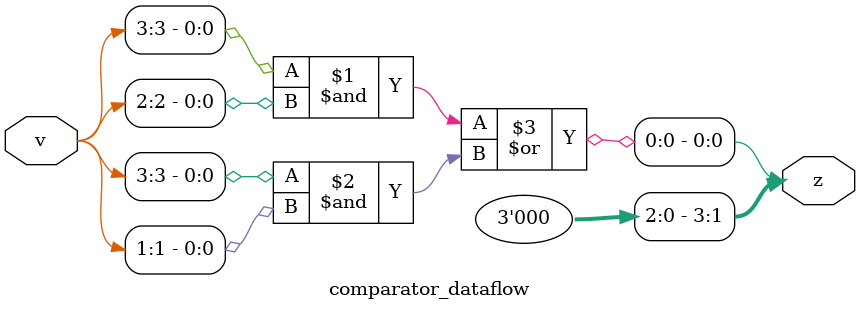
<source format=v>
`timescale 1ns / 1ps


module comparator_dataflow(
    input [3:0] v,
    output [3:0] z
    );
    
    assign z = {3'b000,v[3]&v[2] | v[3]&v[1]};
    
endmodule

</source>
